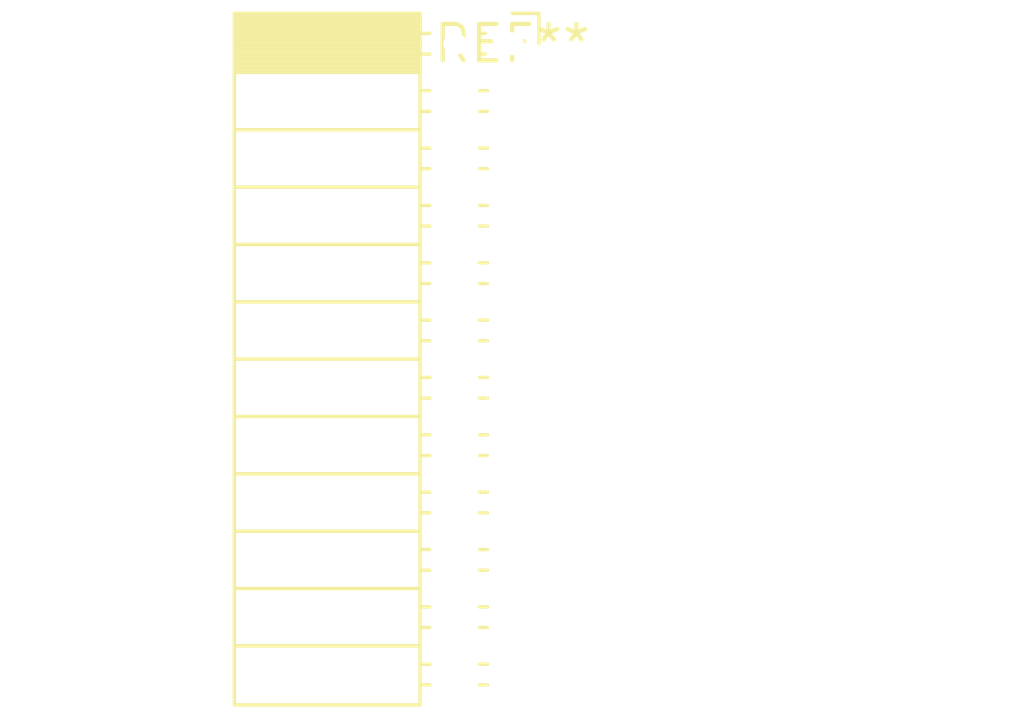
<source format=kicad_pcb>
(kicad_pcb (version 20240108) (generator pcbnew)
  (layers (0 "F.Cu" signal) (31 "B.Cu" signal) (34 "B.Paste" user) (35 "F.Paste" user) (36 "B.SilkS" user "B.Silkscreen") (37 "F.SilkS" user "F.Silkscreen") (38 "B.Mask" user) (39 "F.Mask" user) (44 "Edge.Cuts" user))
  (net 0 "")
  (footprint "PinSocket_2x12_P2.00mm_Horizontal" (layer "F.Cu") (at 0 0)
    (property "Reference" "REF**")
    (property "Value" "PinSocket_2x12_P2.00mm_Horizontal")
    (fp_line (start -9.68 -1.06) (end -9.68 23.06) (layer "F.SilkS") (stroke (width 0.12)))
    (fp_line (start -9.68 -1.06) (end -3.21 -1.06) (layer "F.SilkS") (stroke (width 0.12)))
    (fp_line (start -9.68 -0.94) (end -3.21 -0.94) (layer "F.SilkS") (stroke (width 0.12)))
    (fp_line (start -9.68 -0.825882) (end -3.21 -0.825882) (layer "F.SilkS") (stroke (width 0.12)))
    (fp_line (start -9.68 -0.711764) (end -3.21 -0.711764) (layer "F.SilkS") (stroke (width 0.12)))
    (fp_line (start -9.68 -0.597646) (end -3.21 -0.597646) (layer "F.SilkS") (stroke (width 0.12)))
    (fp_line (start -9.68 -0.483528) (end -3.21 -0.483528) (layer "F.SilkS") (stroke (width 0.12)))
    (fp_line (start -9.68 -0.36941) (end -3.21 -0.36941) (layer "F.SilkS") (stroke (width 0.12)))
    (fp_line (start -9.68 -0.255292) (end -3.21 -0.255292) (layer "F.SilkS") (stroke (width 0.12)))
    (fp_line (start -9.68 -0.141174) (end -3.21 -0.141174) (layer "F.SilkS") (stroke (width 0.12)))
    (fp_line (start -9.68 -0.027056) (end -3.21 -0.027056) (layer "F.SilkS") (stroke (width 0.12)))
    (fp_line (start -9.68 0.087062) (end -3.21 0.087062) (layer "F.SilkS") (stroke (width 0.12)))
    (fp_line (start -9.68 0.20118) (end -3.21 0.20118) (layer "F.SilkS") (stroke (width 0.12)))
    (fp_line (start -9.68 0.315298) (end -3.21 0.315298) (layer "F.SilkS") (stroke (width 0.12)))
    (fp_line (start -9.68 0.429416) (end -3.21 0.429416) (layer "F.SilkS") (stroke (width 0.12)))
    (fp_line (start -9.68 0.543534) (end -3.21 0.543534) (layer "F.SilkS") (stroke (width 0.12)))
    (fp_line (start -9.68 0.657652) (end -3.21 0.657652) (layer "F.SilkS") (stroke (width 0.12)))
    (fp_line (start -9.68 0.77177) (end -3.21 0.77177) (layer "F.SilkS") (stroke (width 0.12)))
    (fp_line (start -9.68 0.885888) (end -3.21 0.885888) (layer "F.SilkS") (stroke (width 0.12)))
    (fp_line (start -9.68 1) (end -3.21 1) (layer "F.SilkS") (stroke (width 0.12)))
    (fp_line (start -9.68 3) (end -3.21 3) (layer "F.SilkS") (stroke (width 0.12)))
    (fp_line (start -9.68 5) (end -3.21 5) (layer "F.SilkS") (stroke (width 0.12)))
    (fp_line (start -9.68 7) (end -3.21 7) (layer "F.SilkS") (stroke (width 0.12)))
    (fp_line (start -9.68 9) (end -3.21 9) (layer "F.SilkS") (stroke (width 0.12)))
    (fp_line (start -9.68 11) (end -3.21 11) (layer "F.SilkS") (stroke (width 0.12)))
    (fp_line (start -9.68 13) (end -3.21 13) (layer "F.SilkS") (stroke (width 0.12)))
    (fp_line (start -9.68 15) (end -3.21 15) (layer "F.SilkS") (stroke (width 0.12)))
    (fp_line (start -9.68 17) (end -3.21 17) (layer "F.SilkS") (stroke (width 0.12)))
    (fp_line (start -9.68 19) (end -3.21 19) (layer "F.SilkS") (stroke (width 0.12)))
    (fp_line (start -9.68 21) (end -3.21 21) (layer "F.SilkS") (stroke (width 0.12)))
    (fp_line (start -9.68 23.06) (end -3.21 23.06) (layer "F.SilkS") (stroke (width 0.12)))
    (fp_line (start -3.21 -1.06) (end -3.21 23.06) (layer "F.SilkS") (stroke (width 0.12)))
    (fp_line (start -3.21 -0.36) (end -2.862917 -0.36) (layer "F.SilkS") (stroke (width 0.12)))
    (fp_line (start -3.21 0.36) (end -2.862917 0.36) (layer "F.SilkS") (stroke (width 0.12)))
    (fp_line (start -3.21 1.64) (end -2.862917 1.64) (layer "F.SilkS") (stroke (width 0.12)))
    (fp_line (start -3.21 2.36) (end -2.862917 2.36) (layer "F.SilkS") (stroke (width 0.12)))
    (fp_line (start -3.21 3.64) (end -2.862917 3.64) (layer "F.SilkS") (stroke (width 0.12)))
    (fp_line (start -3.21 4.36) (end -2.862917 4.36) (layer "F.SilkS") (stroke (width 0.12)))
    (fp_line (start -3.21 5.64) (end -2.862917 5.64) (layer "F.SilkS") (stroke (width 0.12)))
    (fp_line (start -3.21 6.36) (end -2.862917 6.36) (layer "F.SilkS") (stroke (width 0.12)))
    (fp_line (start -3.21 7.64) (end -2.862917 7.64) (layer "F.SilkS") (stroke (width 0.12)))
    (fp_line (start -3.21 8.36) (end -2.862917 8.36) (layer "F.SilkS") (stroke (width 0.12)))
    (fp_line (start -3.21 9.64) (end -2.862917 9.64) (layer "F.SilkS") (stroke (width 0.12)))
    (fp_line (start -3.21 10.36) (end -2.862917 10.36) (layer "F.SilkS") (stroke (width 0.12)))
    (fp_line (start -3.21 11.64) (end -2.862917 11.64) (layer "F.SilkS") (stroke (width 0.12)))
    (fp_line (start -3.21 12.36) (end -2.862917 12.36) (layer "F.SilkS") (stroke (width 0.12)))
    (fp_line (start -3.21 13.64) (end -2.862917 13.64) (layer "F.SilkS") (stroke (width 0.12)))
    (fp_line (start -3.21 14.36) (end -2.862917 14.36) (layer "F.SilkS") (stroke (width 0.12)))
    (fp_line (start -3.21 15.64) (end -2.862917 15.64) (layer "F.SilkS") (stroke (width 0.12)))
    (fp_line (start -3.21 16.36) (end -2.862917 16.36) (layer "F.SilkS") (stroke (width 0.12)))
    (fp_line (start -3.21 17.64) (end -2.862917 17.64) (layer "F.SilkS") (stroke (width 0.12)))
    (fp_line (start -3.21 18.36) (end -2.862917 18.36) (layer "F.SilkS") (stroke (width 0.12)))
    (fp_line (start -3.21 19.64) (end -2.862917 19.64) (layer "F.SilkS") (stroke (width 0.12)))
    (fp_line (start -3.21 20.36) (end -2.862917 20.36) (layer "F.SilkS") (stroke (width 0.12)))
    (fp_line (start -3.21 21.64) (end -2.862917 21.64) (layer "F.SilkS") (stroke (width 0.12)))
    (fp_line (start -3.21 22.36) (end -2.862917 22.36) (layer "F.SilkS") (stroke (width 0.12)))
    (fp_line (start -1.137083 -0.36) (end -0.935 -0.36) (layer "F.SilkS") (stroke (width 0.12)))
    (fp_line (start -1.137083 0.36) (end -0.935 0.36) (layer "F.SilkS") (stroke (width 0.12)))
    (fp_line (start -1.137083 1.64) (end -0.862917 1.64) (layer "F.SilkS") (stroke (width 0.12)))
    (fp_line (start -1.137083 2.36) (end -0.862917 2.36) (layer "F.SilkS") (stroke (width 0.12)))
    (fp_line (start -1.137083 3.64) (end -0.862917 3.64) (layer "F.SilkS") (stroke (width 0.12)))
    (fp_line (start -1.137083 4.36) (end -0.862917 4.36) (layer "F.SilkS") (stroke (width 0.12)))
    (fp_line (start -1.137083 5.64) (end -0.862917 5.64) (layer "F.SilkS") (stroke (width 0.12)))
    (fp_line (start -1.137083 6.36) (end -0.862917 6.36) (layer "F.SilkS") (stroke (width 0.12)))
    (fp_line (start -1.137083 7.64) (end -0.862917 7.64) (layer "F.SilkS") (stroke (width 0.12)))
    (fp_line (start -1.137083 8.36) (end -0.862917 8.36) (layer "F.SilkS") (stroke (width 0.12)))
    (fp_line (start -1.137083 9.64) (end -0.862917 9.64) (layer "F.SilkS") (stroke (width 0.12)))
    (fp_line (start -1.137083 10.36) (end -0.862917 10.36) (layer "F.SilkS") (stroke (width 0.12)))
    (fp_line (start -1.137083 11.64) (end -0.862917 11.64) (layer "F.SilkS") (stroke (width 0.12)))
    (fp_line (start -1.137083 12.36) (end -0.862917 12.36) (layer "F.SilkS") (stroke (width 0.12)))
    (fp_line (start -1.137083 13.64) (end -0.862917 13.64) (layer "F.SilkS") (stroke (width 0.12)))
    (fp_line (start -1.137083 14.36) (end -0.862917 14.36) (layer "F.SilkS") (stroke (width 0.12)))
    (fp_line (start -1.137083 15.64) (end -0.862917 15.64) (layer "F.SilkS") (stroke (width 0.12)))
    (fp_line (start -1.137083 16.36) (end -0.862917 16.36) (layer "F.SilkS") (stroke (width 0.12)))
    (fp_line (start -1.137083 17.64) (end -0.862917 17.64) (layer "F.SilkS") (stroke (width 0.12)))
    (fp_line (start -1.137083 18.36) (end -0.862917 18.36) (layer "F.SilkS") (stroke (width 0.12)))
    (fp_line (start -1.137083 19.64) (end -0.862917 19.64) (layer "F.SilkS") (stroke (width 0.12)))
    (fp_line (start -1.137083 20.36) (end -0.862917 20.36) (layer "F.SilkS") (stroke (width 0.12)))
    (fp_line (start -1.137083 21.64) (end -0.862917 21.64) (layer "F.SilkS") (stroke (width 0.12)))
    (fp_line (start -1.137083 22.36) (end -0.862917 22.36) (layer "F.SilkS") (stroke (width 0.12)))
    (fp_line (start 0 -1.06) (end 0.935 -1.06) (layer "F.SilkS") (stroke (width 0.12)))
    (fp_line (start 0.935 -1.06) (end 0.935 0) (layer "F.SilkS") (stroke (width 0.12)))
    (pad "1" thru_hole rect (at 0 0) (size 1.35 1.35) (drill 0.8) (layers *.Cu *.Mask) (remove_unused_layers))
    (pad "2" thru_hole oval (at -2 0) (size 1.35 1.35) (drill 0.8) (layers *.Cu *.Mask) (remove_unused_layers))
    (pad "3" thru_hole oval (at 0 2) (size 1.35 1.35) (drill 0.8) (layers *.Cu *.Mask) (remove_unused_layers))
    (pad "4" thru_hole oval (at -2 2) (size 1.35 1.35) (drill 0.8) (layers *.Cu *.Mask) (remove_unused_layers))
    (pad "5" thru_hole oval (at 0 4) (size 1.35 1.35) (drill 0.8) (layers *.Cu *.Mask) (remove_unused_layers))
    (pad "6" thru_hole oval (at -2 4) (size 1.35 1.35) (drill 0.8) (layers *.Cu *.Mask) (remove_unused_layers))
    (pad "7" thru_hole oval (at 0 6) (size 1.35 1.35) (drill 0.8) (layers *.Cu *.Mask) (remove_unused_layers))
    (pad "8" thru_hole oval (at -2 6) (size 1.35 1.35) (drill 0.8) (layers *.Cu *.Mask) (remove_unused_layers))
    (pad "9" thru_hole oval (at 0 8) (size 1.35 1.35) (drill 0.8) (layers *.Cu *.Mask) (remove_unused_layers))
    (pad "10" thru_hole oval (at -2 8) (size 1.35 1.35) (drill 0.8) (layers *.Cu *.Mask) (remove_unused_layers))
    (pad "11" thru_hole oval (at 0 10) (size 1.35 1.35) (drill 0.8) (layers *.Cu *.Mask) (remove_unused_layers))
    (pad "12" thru_hole oval (at -2 10) (size 1.35 1.35) (drill 0.8) (layers *.Cu *.Mask) (remove_unused_layers))
    (pad "13" thru_hole oval (at 0 12) (size 1.35 1.35) (drill 0.8) (layers *.Cu *.Mask) (remove_unused_layers))
    (pad "14" thru_hole oval (at -2 12) (size 1.35 1.35) (drill 0.8) (layers *.Cu *.Mask) (remove_unused_layers))
    (pad "15" thru_hole oval (at 0 14) (size 1.35 1.35) (drill 0.8) (layers *.Cu *.Mask) (remove_unused_layers))
    (pad "16" thru_hole oval (at -2 14) (size 1.35 1.35) (drill 0.8) (layers *.Cu *.Mask) (remove_unused_layers))
    (pad "17" thru_hole oval (at 0 16) (size 1.35 1.35) (drill 0.8) (layers *.Cu *.Mask) (remove_unused_layers))
    (pad "18" thru_hole oval (at -2 16) (size 1.35 1.35) (drill 0.8) (layers *.Cu *.Mask) (remove_unused_layers))
    (pad "19" thru_hole oval (at 0 18) (size 1.35 1.35) (drill 0.8) (layers *.Cu *.Mask) (remove_unused_layers))
    (pad "20" thru_hole oval (at -2 18) (size 1.35 1.35) (drill 0.8) (layers *.Cu *.Mask) (remove_unused_layers))
    (pad "21" thru_hole oval (at 0 20) (size 1.35 1.35) (drill 0.8) (layers *.Cu *.Mask) (remove_unused_layers))
    (pad "22" thru_hole oval (at -2 20) (size 1.35 1.35) (drill 0.8) (layers *.Cu *.Mask) (remove_unused_layers))
    (pad "23" thru_hole oval (at 0 22) (size 1.35 1.35) (drill 0.8) (layers *.Cu *.Mask) (remove_unused_layers))
    (pad "24" thru_hole oval (at -2 22) (size 1.35 1.35) (drill 0.8) (layers *.Cu *.Mask) (remove_unused_layers))
  )
)
</source>
